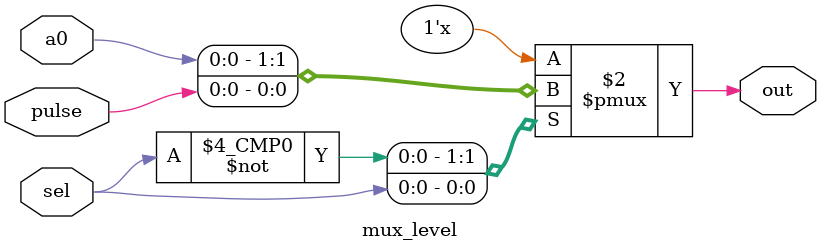
<source format=sv>
`timescale 1ns / 1ps


module mux_level(input logic sel, 
                input logic pulse,input logic a0,
                output logic out
    );
    
    always_comb begin
        case(sel)
            1'b0: begin out= a0 ; end
            1'b1: begin out= pulse; end
        endcase
    end
endmodule

</source>
